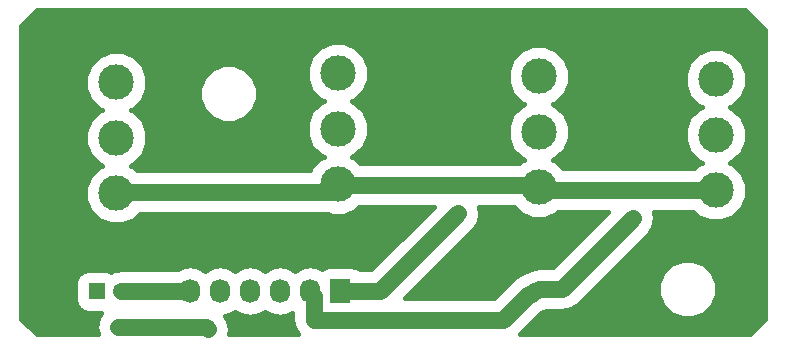
<source format=gbr>
G04 #@! TF.FileFunction,Copper,L2,Bot,Signal*
%FSLAX46Y46*%
G04 Gerber Fmt 4.6, Leading zero omitted, Abs format (unit mm)*
G04 Created by KiCad (PCBNEW 4.0.0-rc2-stable) date 5-5-2016 15:22:10*
%MOMM*%
G01*
G04 APERTURE LIST*
%ADD10C,0.100000*%
%ADD11R,1.350000X1.350000*%
%ADD12C,1.350000*%
%ADD13C,2.997200*%
%ADD14R,1.727200X2.032000*%
%ADD15O,1.727200X2.032000*%
%ADD16C,0.900000*%
%ADD17C,1.450000*%
%ADD18C,0.454000*%
G04 APERTURE END LIST*
D10*
D11*
X21600000Y-38000000D03*
D12*
X23600000Y-38000000D03*
D13*
X23250000Y-29699000D03*
X23250000Y-25000000D03*
X23250000Y-20301000D03*
X42000000Y-28949000D03*
X42000000Y-24250000D03*
X42000000Y-19551000D03*
X74000000Y-29449000D03*
X74000000Y-24750000D03*
X74000000Y-20051000D03*
X59000000Y-29199000D03*
X59000000Y-24500000D03*
X59000000Y-19801000D03*
D14*
X42200000Y-38000000D03*
D15*
X39660000Y-38000000D03*
X37120000Y-38000000D03*
X34580000Y-38000000D03*
X32040000Y-38000000D03*
X29500000Y-38000000D03*
D16*
X52200000Y-31400000D03*
X67000000Y-31800000D03*
X31000000Y-41200000D03*
X23400000Y-41000000D03*
D17*
X52200000Y-31400000D02*
X45600000Y-38000000D01*
X45600000Y-38000000D02*
X42200000Y-38000000D01*
X67000000Y-31800000D02*
X61000000Y-37800000D01*
X61000000Y-37800000D02*
X59000000Y-37800000D01*
X59000000Y-37800000D02*
X58800000Y-38000000D01*
X58800000Y-38000000D02*
X58600000Y-38000000D01*
X58600000Y-38000000D02*
X58400000Y-38200000D01*
X58400000Y-38200000D02*
X58200000Y-38200000D01*
X58200000Y-38200000D02*
X56000000Y-40400000D01*
X56000000Y-40400000D02*
X40000000Y-40400000D01*
X40000000Y-40400000D02*
X40000000Y-38400000D01*
X40000000Y-38400000D02*
X39600000Y-38000000D01*
X39600000Y-38000000D02*
X39660000Y-38000000D01*
X31000000Y-41200000D02*
X30800000Y-41000000D01*
X30800000Y-41000000D02*
X23400000Y-41000000D01*
X42000000Y-28949000D02*
X42000000Y-29000000D01*
X42000000Y-29000000D02*
X41400000Y-29600000D01*
X41400000Y-29600000D02*
X23200000Y-29600000D01*
X23200000Y-29600000D02*
X23250000Y-29699000D01*
X59000000Y-29199000D02*
X59000000Y-29200000D01*
X59000000Y-29200000D02*
X58800000Y-29000000D01*
X58800000Y-29000000D02*
X42000000Y-29000000D01*
X42000000Y-29000000D02*
X42000000Y-28949000D01*
X59000000Y-29199000D02*
X59000000Y-29200000D01*
X59000000Y-29200000D02*
X59200000Y-29400000D01*
X59200000Y-29400000D02*
X74000000Y-29400000D01*
X74000000Y-29400000D02*
X74000000Y-29449000D01*
X23600000Y-38000000D02*
X29500000Y-38000000D01*
D18*
G36*
X78190000Y-15901198D02*
X78190000Y-40298802D01*
X76898802Y-41590000D01*
X57440438Y-41590000D01*
X59112485Y-39917952D01*
X59368437Y-39746931D01*
X59511791Y-39718416D01*
X59599217Y-39660000D01*
X60999995Y-39660000D01*
X61000000Y-39660001D01*
X61711791Y-39518416D01*
X62315219Y-39115219D01*
X63138309Y-38292128D01*
X69114570Y-38292128D01*
X69492091Y-39205800D01*
X70190523Y-39905452D01*
X71103534Y-40284568D01*
X72092128Y-40285430D01*
X73005800Y-39907909D01*
X73705452Y-39209477D01*
X74084568Y-38296466D01*
X74085430Y-37307872D01*
X73707909Y-36394200D01*
X73009477Y-35694548D01*
X72096466Y-35315432D01*
X71107872Y-35314570D01*
X70194200Y-35692091D01*
X69494548Y-36390523D01*
X69115432Y-37303534D01*
X69114570Y-38292128D01*
X63138309Y-38292128D01*
X68315218Y-33115219D01*
X68718416Y-32511792D01*
X68860000Y-31800000D01*
X68752587Y-31260000D01*
X72086616Y-31260000D01*
X72506238Y-31680355D01*
X73473846Y-32082142D01*
X74521557Y-32083056D01*
X75489865Y-31682959D01*
X76231355Y-30942762D01*
X76633142Y-29975154D01*
X76634056Y-28927443D01*
X76233959Y-27959135D01*
X75493762Y-27217645D01*
X75209735Y-27099706D01*
X75489865Y-26983959D01*
X76231355Y-26243762D01*
X76633142Y-25276154D01*
X76634056Y-24228443D01*
X76233959Y-23260135D01*
X75493762Y-22518645D01*
X75209735Y-22400706D01*
X75489865Y-22284959D01*
X76231355Y-21544762D01*
X76633142Y-20577154D01*
X76634056Y-19529443D01*
X76233959Y-18561135D01*
X75493762Y-17819645D01*
X74526154Y-17417858D01*
X73478443Y-17416944D01*
X72510135Y-17817041D01*
X71768645Y-18557238D01*
X71366858Y-19524846D01*
X71365944Y-20572557D01*
X71766041Y-21540865D01*
X72506238Y-22282355D01*
X72790265Y-22400294D01*
X72510135Y-22516041D01*
X71768645Y-23256238D01*
X71366858Y-24223846D01*
X71365944Y-25271557D01*
X71766041Y-26239865D01*
X72506238Y-26981355D01*
X72790265Y-27099294D01*
X72510135Y-27215041D01*
X72184608Y-27540000D01*
X61065119Y-27540000D01*
X60493762Y-26967645D01*
X60209735Y-26849706D01*
X60489865Y-26733959D01*
X61231355Y-25993762D01*
X61633142Y-25026154D01*
X61634056Y-23978443D01*
X61233959Y-23010135D01*
X60493762Y-22268645D01*
X60209735Y-22150706D01*
X60489865Y-22034959D01*
X61231355Y-21294762D01*
X61633142Y-20327154D01*
X61634056Y-19279443D01*
X61233959Y-18311135D01*
X60493762Y-17569645D01*
X59526154Y-17167858D01*
X58478443Y-17166944D01*
X57510135Y-17567041D01*
X56768645Y-18307238D01*
X56366858Y-19274846D01*
X56365944Y-20322557D01*
X56766041Y-21290865D01*
X57506238Y-22032355D01*
X57790265Y-22150294D01*
X57510135Y-22266041D01*
X56768645Y-23006238D01*
X56366858Y-23973846D01*
X56365944Y-25021557D01*
X56766041Y-25989865D01*
X57506238Y-26731355D01*
X57790265Y-26849294D01*
X57510135Y-26965041D01*
X57334870Y-27140000D01*
X43915381Y-27140000D01*
X43493762Y-26717645D01*
X43209735Y-26599706D01*
X43489865Y-26483959D01*
X44231355Y-25743762D01*
X44633142Y-24776154D01*
X44634056Y-23728443D01*
X44233959Y-22760135D01*
X43493762Y-22018645D01*
X43209735Y-21900706D01*
X43489865Y-21784959D01*
X44231355Y-21044762D01*
X44633142Y-20077154D01*
X44634056Y-19029443D01*
X44233959Y-18061135D01*
X43493762Y-17319645D01*
X42526154Y-16917858D01*
X41478443Y-16916944D01*
X40510135Y-17317041D01*
X39768645Y-18057238D01*
X39366858Y-19024846D01*
X39365944Y-20072557D01*
X39766041Y-21040865D01*
X40506238Y-21782355D01*
X40790265Y-21900294D01*
X40510135Y-22016041D01*
X39768645Y-22756238D01*
X39366858Y-23723846D01*
X39365944Y-24771557D01*
X39766041Y-25739865D01*
X40506238Y-26481355D01*
X40790265Y-26599294D01*
X40510135Y-26715041D01*
X39768645Y-27455238D01*
X39650401Y-27740000D01*
X25015642Y-27740000D01*
X24743762Y-27467645D01*
X24459735Y-27349706D01*
X24739865Y-27233959D01*
X25481355Y-26493762D01*
X25883142Y-25526154D01*
X25884056Y-24478443D01*
X25483959Y-23510135D01*
X24743762Y-22768645D01*
X24459735Y-22650706D01*
X24739865Y-22534959D01*
X25481355Y-21794762D01*
X25503210Y-21742128D01*
X30264570Y-21742128D01*
X30642091Y-22655800D01*
X31340523Y-23355452D01*
X32253534Y-23734568D01*
X33242128Y-23735430D01*
X34155800Y-23357909D01*
X34855452Y-22659477D01*
X35234568Y-21746466D01*
X35235430Y-20757872D01*
X34857909Y-19844200D01*
X34159477Y-19144548D01*
X33246466Y-18765432D01*
X32257872Y-18764570D01*
X31344200Y-19142091D01*
X30644548Y-19840523D01*
X30265432Y-20753534D01*
X30264570Y-21742128D01*
X25503210Y-21742128D01*
X25883142Y-20827154D01*
X25884056Y-19779443D01*
X25483959Y-18811135D01*
X24743762Y-18069645D01*
X23776154Y-17667858D01*
X22728443Y-17666944D01*
X21760135Y-18067041D01*
X21018645Y-18807238D01*
X20616858Y-19774846D01*
X20615944Y-20822557D01*
X21016041Y-21790865D01*
X21756238Y-22532355D01*
X22040265Y-22650294D01*
X21760135Y-22766041D01*
X21018645Y-23506238D01*
X20616858Y-24473846D01*
X20615944Y-25521557D01*
X21016041Y-26489865D01*
X21756238Y-27231355D01*
X22040265Y-27349294D01*
X21760135Y-27465041D01*
X21018645Y-28205238D01*
X20616858Y-29172846D01*
X20615944Y-30220557D01*
X21016041Y-31188865D01*
X21756238Y-31930355D01*
X22723846Y-32332142D01*
X23771557Y-32333056D01*
X24739865Y-31932959D01*
X25213650Y-31460000D01*
X41179696Y-31460000D01*
X41473846Y-31582142D01*
X42521557Y-31583056D01*
X43489865Y-31182959D01*
X43813388Y-30860000D01*
X50109563Y-30860000D01*
X44829562Y-36140000D01*
X43838826Y-36140000D01*
X43513829Y-35917939D01*
X43063600Y-35826765D01*
X41336400Y-35826765D01*
X40915794Y-35905907D01*
X40625219Y-36092888D01*
X40424831Y-35958993D01*
X39660000Y-35806859D01*
X38895169Y-35958993D01*
X38390000Y-36296536D01*
X37884831Y-35958993D01*
X37120000Y-35806859D01*
X36355169Y-35958993D01*
X35850000Y-36296536D01*
X35344831Y-35958993D01*
X34580000Y-35806859D01*
X33815169Y-35958993D01*
X33310000Y-36296536D01*
X32804831Y-35958993D01*
X32040000Y-35806859D01*
X31275169Y-35958993D01*
X30770000Y-36296536D01*
X30264831Y-35958993D01*
X29500000Y-35806859D01*
X28735169Y-35958993D01*
X28464273Y-36140000D01*
X23600000Y-36140000D01*
X23349736Y-36189781D01*
X23241548Y-36189686D01*
X23140678Y-36231365D01*
X22888209Y-36281584D01*
X22822565Y-36325446D01*
X22725229Y-36258939D01*
X22275000Y-36167765D01*
X20925000Y-36167765D01*
X20504394Y-36246907D01*
X20118094Y-36495485D01*
X19858939Y-36874771D01*
X19767765Y-37325000D01*
X19767765Y-38675000D01*
X19846907Y-39095606D01*
X20095485Y-39481906D01*
X20474771Y-39741061D01*
X20925000Y-39832235D01*
X21986256Y-39832235D01*
X21681584Y-40288209D01*
X21540000Y-41000000D01*
X21657358Y-41590000D01*
X16501198Y-41590000D01*
X15210000Y-40298802D01*
X15210000Y-15501198D01*
X16501198Y-14210000D01*
X76498802Y-14210000D01*
X78190000Y-15901198D01*
X78190000Y-15901198D01*
G37*
X78190000Y-15901198D02*
X78190000Y-40298802D01*
X76898802Y-41590000D01*
X57440438Y-41590000D01*
X59112485Y-39917952D01*
X59368437Y-39746931D01*
X59511791Y-39718416D01*
X59599217Y-39660000D01*
X60999995Y-39660000D01*
X61000000Y-39660001D01*
X61711791Y-39518416D01*
X62315219Y-39115219D01*
X63138309Y-38292128D01*
X69114570Y-38292128D01*
X69492091Y-39205800D01*
X70190523Y-39905452D01*
X71103534Y-40284568D01*
X72092128Y-40285430D01*
X73005800Y-39907909D01*
X73705452Y-39209477D01*
X74084568Y-38296466D01*
X74085430Y-37307872D01*
X73707909Y-36394200D01*
X73009477Y-35694548D01*
X72096466Y-35315432D01*
X71107872Y-35314570D01*
X70194200Y-35692091D01*
X69494548Y-36390523D01*
X69115432Y-37303534D01*
X69114570Y-38292128D01*
X63138309Y-38292128D01*
X68315218Y-33115219D01*
X68718416Y-32511792D01*
X68860000Y-31800000D01*
X68752587Y-31260000D01*
X72086616Y-31260000D01*
X72506238Y-31680355D01*
X73473846Y-32082142D01*
X74521557Y-32083056D01*
X75489865Y-31682959D01*
X76231355Y-30942762D01*
X76633142Y-29975154D01*
X76634056Y-28927443D01*
X76233959Y-27959135D01*
X75493762Y-27217645D01*
X75209735Y-27099706D01*
X75489865Y-26983959D01*
X76231355Y-26243762D01*
X76633142Y-25276154D01*
X76634056Y-24228443D01*
X76233959Y-23260135D01*
X75493762Y-22518645D01*
X75209735Y-22400706D01*
X75489865Y-22284959D01*
X76231355Y-21544762D01*
X76633142Y-20577154D01*
X76634056Y-19529443D01*
X76233959Y-18561135D01*
X75493762Y-17819645D01*
X74526154Y-17417858D01*
X73478443Y-17416944D01*
X72510135Y-17817041D01*
X71768645Y-18557238D01*
X71366858Y-19524846D01*
X71365944Y-20572557D01*
X71766041Y-21540865D01*
X72506238Y-22282355D01*
X72790265Y-22400294D01*
X72510135Y-22516041D01*
X71768645Y-23256238D01*
X71366858Y-24223846D01*
X71365944Y-25271557D01*
X71766041Y-26239865D01*
X72506238Y-26981355D01*
X72790265Y-27099294D01*
X72510135Y-27215041D01*
X72184608Y-27540000D01*
X61065119Y-27540000D01*
X60493762Y-26967645D01*
X60209735Y-26849706D01*
X60489865Y-26733959D01*
X61231355Y-25993762D01*
X61633142Y-25026154D01*
X61634056Y-23978443D01*
X61233959Y-23010135D01*
X60493762Y-22268645D01*
X60209735Y-22150706D01*
X60489865Y-22034959D01*
X61231355Y-21294762D01*
X61633142Y-20327154D01*
X61634056Y-19279443D01*
X61233959Y-18311135D01*
X60493762Y-17569645D01*
X59526154Y-17167858D01*
X58478443Y-17166944D01*
X57510135Y-17567041D01*
X56768645Y-18307238D01*
X56366858Y-19274846D01*
X56365944Y-20322557D01*
X56766041Y-21290865D01*
X57506238Y-22032355D01*
X57790265Y-22150294D01*
X57510135Y-22266041D01*
X56768645Y-23006238D01*
X56366858Y-23973846D01*
X56365944Y-25021557D01*
X56766041Y-25989865D01*
X57506238Y-26731355D01*
X57790265Y-26849294D01*
X57510135Y-26965041D01*
X57334870Y-27140000D01*
X43915381Y-27140000D01*
X43493762Y-26717645D01*
X43209735Y-26599706D01*
X43489865Y-26483959D01*
X44231355Y-25743762D01*
X44633142Y-24776154D01*
X44634056Y-23728443D01*
X44233959Y-22760135D01*
X43493762Y-22018645D01*
X43209735Y-21900706D01*
X43489865Y-21784959D01*
X44231355Y-21044762D01*
X44633142Y-20077154D01*
X44634056Y-19029443D01*
X44233959Y-18061135D01*
X43493762Y-17319645D01*
X42526154Y-16917858D01*
X41478443Y-16916944D01*
X40510135Y-17317041D01*
X39768645Y-18057238D01*
X39366858Y-19024846D01*
X39365944Y-20072557D01*
X39766041Y-21040865D01*
X40506238Y-21782355D01*
X40790265Y-21900294D01*
X40510135Y-22016041D01*
X39768645Y-22756238D01*
X39366858Y-23723846D01*
X39365944Y-24771557D01*
X39766041Y-25739865D01*
X40506238Y-26481355D01*
X40790265Y-26599294D01*
X40510135Y-26715041D01*
X39768645Y-27455238D01*
X39650401Y-27740000D01*
X25015642Y-27740000D01*
X24743762Y-27467645D01*
X24459735Y-27349706D01*
X24739865Y-27233959D01*
X25481355Y-26493762D01*
X25883142Y-25526154D01*
X25884056Y-24478443D01*
X25483959Y-23510135D01*
X24743762Y-22768645D01*
X24459735Y-22650706D01*
X24739865Y-22534959D01*
X25481355Y-21794762D01*
X25503210Y-21742128D01*
X30264570Y-21742128D01*
X30642091Y-22655800D01*
X31340523Y-23355452D01*
X32253534Y-23734568D01*
X33242128Y-23735430D01*
X34155800Y-23357909D01*
X34855452Y-22659477D01*
X35234568Y-21746466D01*
X35235430Y-20757872D01*
X34857909Y-19844200D01*
X34159477Y-19144548D01*
X33246466Y-18765432D01*
X32257872Y-18764570D01*
X31344200Y-19142091D01*
X30644548Y-19840523D01*
X30265432Y-20753534D01*
X30264570Y-21742128D01*
X25503210Y-21742128D01*
X25883142Y-20827154D01*
X25884056Y-19779443D01*
X25483959Y-18811135D01*
X24743762Y-18069645D01*
X23776154Y-17667858D01*
X22728443Y-17666944D01*
X21760135Y-18067041D01*
X21018645Y-18807238D01*
X20616858Y-19774846D01*
X20615944Y-20822557D01*
X21016041Y-21790865D01*
X21756238Y-22532355D01*
X22040265Y-22650294D01*
X21760135Y-22766041D01*
X21018645Y-23506238D01*
X20616858Y-24473846D01*
X20615944Y-25521557D01*
X21016041Y-26489865D01*
X21756238Y-27231355D01*
X22040265Y-27349294D01*
X21760135Y-27465041D01*
X21018645Y-28205238D01*
X20616858Y-29172846D01*
X20615944Y-30220557D01*
X21016041Y-31188865D01*
X21756238Y-31930355D01*
X22723846Y-32332142D01*
X23771557Y-32333056D01*
X24739865Y-31932959D01*
X25213650Y-31460000D01*
X41179696Y-31460000D01*
X41473846Y-31582142D01*
X42521557Y-31583056D01*
X43489865Y-31182959D01*
X43813388Y-30860000D01*
X50109563Y-30860000D01*
X44829562Y-36140000D01*
X43838826Y-36140000D01*
X43513829Y-35917939D01*
X43063600Y-35826765D01*
X41336400Y-35826765D01*
X40915794Y-35905907D01*
X40625219Y-36092888D01*
X40424831Y-35958993D01*
X39660000Y-35806859D01*
X38895169Y-35958993D01*
X38390000Y-36296536D01*
X37884831Y-35958993D01*
X37120000Y-35806859D01*
X36355169Y-35958993D01*
X35850000Y-36296536D01*
X35344831Y-35958993D01*
X34580000Y-35806859D01*
X33815169Y-35958993D01*
X33310000Y-36296536D01*
X32804831Y-35958993D01*
X32040000Y-35806859D01*
X31275169Y-35958993D01*
X30770000Y-36296536D01*
X30264831Y-35958993D01*
X29500000Y-35806859D01*
X28735169Y-35958993D01*
X28464273Y-36140000D01*
X23600000Y-36140000D01*
X23349736Y-36189781D01*
X23241548Y-36189686D01*
X23140678Y-36231365D01*
X22888209Y-36281584D01*
X22822565Y-36325446D01*
X22725229Y-36258939D01*
X22275000Y-36167765D01*
X20925000Y-36167765D01*
X20504394Y-36246907D01*
X20118094Y-36495485D01*
X19858939Y-36874771D01*
X19767765Y-37325000D01*
X19767765Y-38675000D01*
X19846907Y-39095606D01*
X20095485Y-39481906D01*
X20474771Y-39741061D01*
X20925000Y-39832235D01*
X21986256Y-39832235D01*
X21681584Y-40288209D01*
X21540000Y-41000000D01*
X21657358Y-41590000D01*
X16501198Y-41590000D01*
X15210000Y-40298802D01*
X15210000Y-15501198D01*
X16501198Y-14210000D01*
X76498802Y-14210000D01*
X78190000Y-15901198D01*
G36*
X36355169Y-40041007D02*
X37120000Y-40193141D01*
X37884831Y-40041007D01*
X38140000Y-39870509D01*
X38140000Y-40400000D01*
X38281584Y-41111791D01*
X38601112Y-41590000D01*
X32782425Y-41590000D01*
X32860001Y-41200000D01*
X32718416Y-40488209D01*
X32464798Y-40108644D01*
X32804831Y-40041007D01*
X33310000Y-39703464D01*
X33815169Y-40041007D01*
X34580000Y-40193141D01*
X35344831Y-40041007D01*
X35850000Y-39703464D01*
X36355169Y-40041007D01*
X36355169Y-40041007D01*
G37*
X36355169Y-40041007D02*
X37120000Y-40193141D01*
X37884831Y-40041007D01*
X38140000Y-39870509D01*
X38140000Y-40400000D01*
X38281584Y-41111791D01*
X38601112Y-41590000D01*
X32782425Y-41590000D01*
X32860001Y-41200000D01*
X32718416Y-40488209D01*
X32464798Y-40108644D01*
X32804831Y-40041007D01*
X33310000Y-39703464D01*
X33815169Y-40041007D01*
X34580000Y-40193141D01*
X35344831Y-40041007D01*
X35850000Y-39703464D01*
X36355169Y-40041007D01*
G36*
X57506238Y-31430355D02*
X58473846Y-31832142D01*
X59521557Y-31833056D01*
X60489865Y-31432959D01*
X60663126Y-31260000D01*
X64909563Y-31260000D01*
X60229562Y-35940000D01*
X59000005Y-35940000D01*
X59000000Y-35939999D01*
X58374493Y-36064421D01*
X58288209Y-36081584D01*
X58031563Y-36253069D01*
X57888209Y-36281584D01*
X57631563Y-36453069D01*
X57488209Y-36481584D01*
X56884781Y-36884781D01*
X56884779Y-36884784D01*
X55229562Y-38540000D01*
X47690438Y-38540000D01*
X53515219Y-32715218D01*
X53918416Y-32111791D01*
X54060001Y-31400000D01*
X53952588Y-30860000D01*
X56936878Y-30860000D01*
X57506238Y-31430355D01*
X57506238Y-31430355D01*
G37*
X57506238Y-31430355D02*
X58473846Y-31832142D01*
X59521557Y-31833056D01*
X60489865Y-31432959D01*
X60663126Y-31260000D01*
X64909563Y-31260000D01*
X60229562Y-35940000D01*
X59000005Y-35940000D01*
X59000000Y-35939999D01*
X58374493Y-36064421D01*
X58288209Y-36081584D01*
X58031563Y-36253069D01*
X57888209Y-36281584D01*
X57631563Y-36453069D01*
X57488209Y-36481584D01*
X56884781Y-36884781D01*
X56884779Y-36884784D01*
X55229562Y-38540000D01*
X47690438Y-38540000D01*
X53515219Y-32715218D01*
X53918416Y-32111791D01*
X54060001Y-31400000D01*
X53952588Y-30860000D01*
X56936878Y-30860000D01*
X57506238Y-31430355D01*
M02*

</source>
